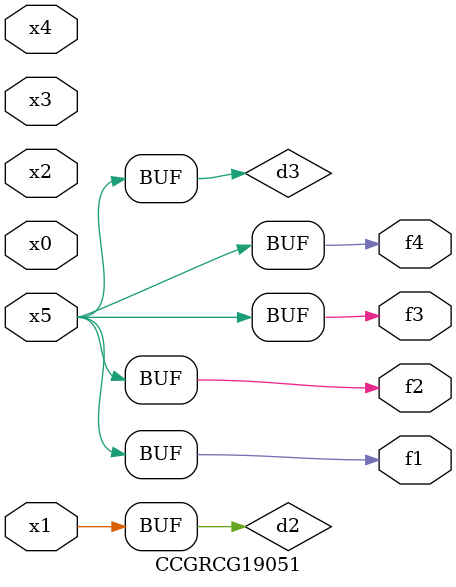
<source format=v>
module CCGRCG19051(
	input x0, x1, x2, x3, x4, x5,
	output f1, f2, f3, f4
);

	wire d1, d2, d3;

	not (d1, x5);
	or (d2, x1);
	xnor (d3, d1);
	assign f1 = d3;
	assign f2 = d3;
	assign f3 = d3;
	assign f4 = d3;
endmodule

</source>
